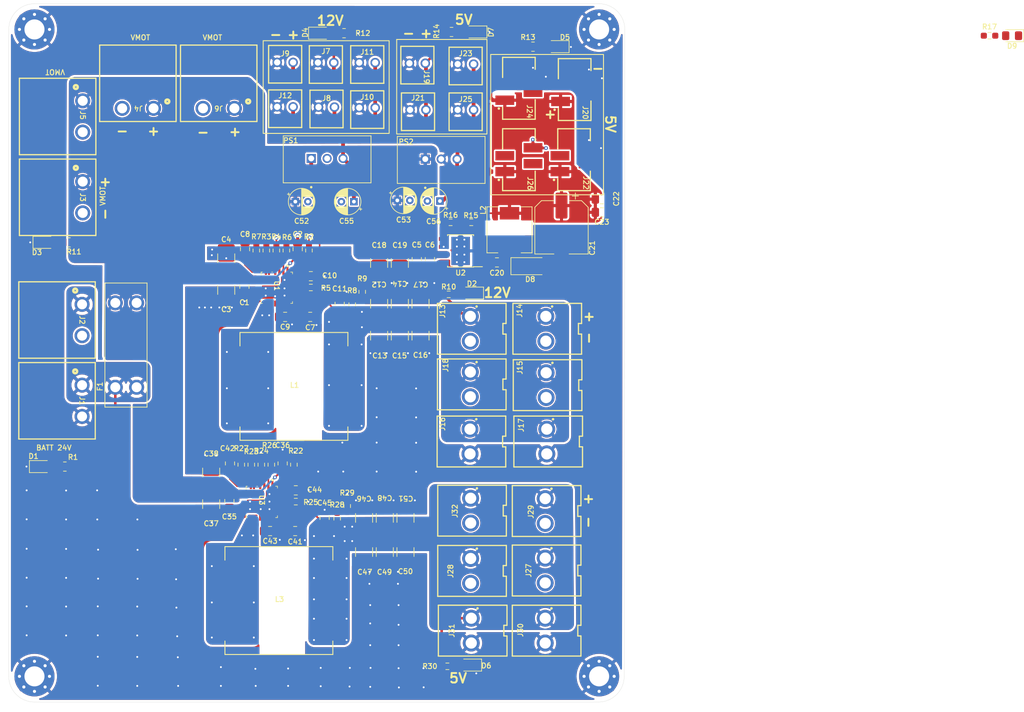
<source format=kicad_pcb>
(kicad_pcb (version 20211014) (generator pcbnew)
  (layers (0 "F.Cu" signal) (1 "In1.Cu" power) (2 "In2.Cu" power) (31 "B.Cu" signal) (34 "B.Paste" user) (35 "F.Paste" user) (36 "B.SilkS" user "B.Silkscreen") (37 "F.SilkS" user "F.Silkscreen") (38 "B.Mask" user) (39 "F.Mask" user) (44 "Edge.Cuts" user))
  (net 0 "")
  (net 1 "+24V")
  (net 2 "GND")
  (net 3 "Net-(C7-Pad1)")
  (net 4 "Net-(C8-Pad1)")
  (net 5 "Net-(C8-Pad2)")
  (net 6 "Net-(C9-Pad2)")
  (net 7 "/REGULO/VDD")
  (net 8 "+12P")
  (net 9 "Net-(C41-Pad1)")
  (net 10 "Net-(C42-Pad1)")
  (net 11 "Net-(C42-Pad2)")
  (net 12 "Net-(C43-Pad2)")
  (net 13 "/REGULO2/VDD")
  (net 14 "+5P")
  (net 15 "Net-(D1-Pad2)")
  (net 16 "Net-(D2-Pad2)")
  (net 17 "Net-(D3-Pad2)")
  (net 18 "Net-(D6-Pad2)")
  (net 19 "+BATT")
  (net 20 "+12C")
  (net 21 "+5C")
  (net 24 "+5V")
  (net 31 "Net-(L1-Pad1)")
  (net 32 "Net-(L3-Pad1)")
  (net 33 "Net-(R2-Pad1)")
  (net 34 "Net-(R3-Pad2)")
  (net 35 "Net-(R5-Pad1)")
  (net 36 "Net-(R6-Pad2)")
  (net 37 "Net-(R7-Pad1)")
  (net 38 "Net-(R8-Pad1)")
  (net 39 "Net-(R22-Pad1)")
  (net 40 "Net-(R23-Pad2)")
  (net 41 "Net-(R25-Pad1)")
  (net 42 "Net-(R26-Pad2)")
  (net 43 "Net-(R27-Pad1)")
  (net 44 "Net-(R28-Pad1)")
  (net 51 "Net-(D4-Pad2)")
  (net 52 "Net-(D5-Pad2)")
  (net 53 "Net-(D7-Pad2)")
  (net 54 "Net-(C20-Pad1)")
  (net 55 "Net-(C20-Pad2)")
  (net 56 "Net-(D9-Pad2)")
  (net 57 "/REGULO5v/VSENS")
  (footprint "AREA_lib_Connector:690367290476" (layer "F.Cu") (at 136.5 48.8 -90)
    (fp_text reference "J22")
    (fp_text value "5V_CAN")
  )
  (footprint "AREA_lib_Connector:Wuerth_3.96mm_2pin_645002114822" (layer "F.Cu") (at 120.5 104.84 90)
    (fp_text reference "J32")
    (fp_text value "5VP")
  )
  (footprint "AREA_lib_Connector:Wuerth_3.96mm_2pin_645002114822" (layer "F.Cu") (at 120.45 75.8 90)
    (fp_text reference "J13")
    (fp_text value "12VP")
  )
  (footprint "AREA_lib_Connector:Wuerth_batcon_691313710002" (layer "F.Cu") (at 58.1 41.9 -90)
    (fp_text reference "J5")
    (fp_text value "MOT_OUT")
  )
  (footprint "LED_SMD:LED_0805_2012Metric_Pad1.15x1.40mm_HandSolder" (layer "F.Cu") (at 133.85 30.75 180)
    (fp_text reference "D5")
    (fp_text value "LED")
  )
  (footprint "Capacitor_THT:CP_Radial_D4.0mm_P2.00mm" (layer "F.Cu") (at 108.3 55.3)
    (fp_text reference "C53")
    (fp_text value "10u")
  )
  (footprint "MountingHole:MountingHole_3.2mm_M3_Pad_Via" (layer "F.Cu") (at 50.4 28)
    (fp_text reference "H4" hide)
    (fp_text value "M3")
  )
  (footprint "Capacitor_SMD:C_0805_2012Metric_Pad1.18x1.45mm_HandSolder" (layer "F.Cu") (at 92 108.1)
    (fp_text reference "C41")
    (fp_text value "33n")
  )
  (footprint "Capacitor_SMD:C_1210_3225Metric_Pad1.33x2.70mm_HandSolder" (layer "F.Cu") (at 103 106 90)
    (fp_text reference "C46")
    (fp_text value "22u")
  )
  (footprint "AREA_lib_Connector:Wuerth_2.54mm_2pins_61900211121" (layer "F.Cu") (at 103.5 40.8)
    (fp_text reference "J10")
    (fp_text value "12VC")
  )
  (footprint "Resistor_SMD:R_0805_2012Metric_Pad1.20x1.40mm_HandSolder" (layer "F.Cu") (at 129.95 30.75)
    (fp_text reference "R13")
    (fp_text value "560")
  )
  (footprint "AREA_lib_Connector:Wuerth_2.54mm_2pins_61900211121" (layer "F.Cu") (at 97 40.7)
    (fp_text reference "J8")
    (fp_text value "12VC")
  )
  (footprint "AREA_lib_Connector:Wuerth_2.54mm_2pins_61900211121" (layer "F.Cu") (at 111.5 33.7)
    (fp_text reference "J19")
    (fp_text value "5VC")
  )
  (footprint "Capacitor_SMD:C_0805_2012Metric_Pad1.18x1.45mm_HandSolder" (layer "F.Cu") (at 84 63.1 -90)
    (fp_text reference "C8")
    (fp_text value "100n")
  )
  (footprint "AREA_lib_Connector:Wuerth_batcon_691313710002" (layer "F.Cu") (at 58 74.4 -90)
    (fp_text reference "J2")
    (fp_text value "BAT_IN")
  )
  (footprint "Capacitor_SMD:C_0805_2012Metric_Pad1.18x1.45mm_HandSolder" (layer "F.Cu") (at 111.4 64.6625 -90)
    (fp_text reference "C5")
    (fp_text value "100n")
  )
  (footprint "AREA_lib_Connector:Wuerth_3.96mm_2pin_645002114822" (layer "F.Cu") (at 132.4 124 90)
    (fp_text reference "J30")
    (fp_text value "5VP")
  )
  (footprint "Capacitor_THT:CP_Radial_D4.0mm_P2.00mm" (layer "F.Cu") (at 115.1 55.4 180)
    (fp_text reference "C56")
    (fp_text value "47u")
  )
  (footprint "AREA_lib_Connector:Wuerth_3.96mm_2pin_645002114822" (layer "F.Cu") (at 120.45 84.68 90)
    (fp_text reference "J18")
    (fp_text value "12VP")
  )
  (footprint "Resistor_SMD:R_0603_1608Metric_Pad0.98x0.95mm_HandSolder" (layer "F.Cu") (at 90.6 63.3 -90)
    (fp_text reference "R6")
    (fp_text value "100k")
  )
  (footprint "Capacitor_SMD:C_1210_3225Metric_Pad1.33x2.70mm_HandSolder" (layer "F.Cu") (at 109.6 106 90)
    (fp_text reference "C51")
    (fp_text value "22u")
  )
  (footprint "Capacitor_SMD:C_0805_2012Metric_Pad1.18x1.45mm_HandSolder" (layer "F.Cu") (at 124.2 65.2 180)
    (fp_text reference "C20")
    (fp_text value "10n")
  )
  (footprint "Capacitor_SMD:C_1210_3225Metric_Pad1.33x2.70mm_HandSolder" (layer "F.Cu") (at 105.4 65.3 -90)
    (fp_text reference "C18")
    (fp_text value "10u")
  )
  (footprint "Capacitor_SMD:C_1210_3225Metric_Pad1.33x2.70mm_HandSolder" (layer "F.Cu") (at 103 111.45 -90)
    (fp_text reference "C47")
    (fp_text value "22u")
  )
  (footprint "Capacitor_SMD:C_0805_2012Metric_Pad1.18x1.45mm_HandSolder" (layer "F.Cu") (at 92.4 63.1 90)
    (fp_text reference "C2")
    (fp_text value "100n")
  )
  (footprint "Capacitor_SMD:CP_Elec_8x11.9" (layer "F.Cu") (at 134.5 59.6 -90)
    (fp_text reference "C21")
    (fp_text value "330u")
  )
  (footprint "Package_SO:TI_SO-PowerPAD-8_ThermalVias" (layer "F.Cu") (at 118.4 63.3625 180)
    (fp_text reference "U2")
    (fp_text value "TPS5450ddar")
  )
  (footprint "Resistor_SMD:R_0805_2012Metric_Pad1.20x1.40mm_HandSolder" (layer "F.Cu") (at 116.95 28.4)
    (fp_text reference "R14")
    (fp_text value "560")
  )
  (footprint "Capacitor_SMD:C_0805_2012Metric_Pad1.18x1.45mm_HandSolder" (layer "F.Cu") (at 113.5 64.665 -90)
    (fp_text reference "C6")
    (fp_text value "100n")
  )
  (footprint "Resistor_SMD:R_0603_1608Metric_Pad0.98x0.95mm_HandSolder" (layer "F.Cu") (at 91.8 97.5 90)
    (fp_text reference "R22")
    (fp_text value "2k")
  )
  (footprint "Capacitor_SMD:C_1210_3225Metric_Pad1.33x2.70mm_HandSolder" (layer "F.Cu") (at 106.3 111.45 -90)
    (fp_text reference "C49")
    (fp_text value "22u")
  )
  (footprint "AREA_lib_Connector:Wuerth_2.54mm_2pins_61900211121" (layer "F.Cu") (at 90.4 40.66)
    (fp_text reference "J12")
    (fp_text value "12VC")
  )
  (footprint "LED_SMD:LED_0805_2012Metric_Pad1.15x1.40mm_HandSolder" (layer "F.Cu") (at 120.73 28.405 180)
    (fp_text reference "D7")
    (fp_text value "LED")
  )
  (footprint "LED_SMD:LED_0805_2012Metric_Pad1.15x1.40mm_HandSolder" (layer "F.Cu") (at 119.8875 129.5 180)
    (fp_text reference "D6")
    (fp_text value "LED")
  )
  (footprint "Capacitor_SMD:C_1210_3225Metric_Pad1.33x2.70mm_HandSolder" (layer "F.Cu") (at 112 71.8 90)
    (fp_text reference "C17")
    (fp_text value "22u")
  )
  (footprint "Capacitor_SMD:C_1210_3225Metric_Pad1.33x2.70mm_HandSolder" (layer "F.Cu") (at 81 69.6 -90)
    (fp_text reference "C3")
    (fp_text value "22u")
  )
  (footprint "Capacitor_SMD:C_0805_2012Metric_Pad1.18x1.45mm_HandSolder" (layer "F.Cu") (at 140.9375 55.1)
    (fp_text reference "C22")
    (fp_text value "100n")
  )
  (footprint "AREA_lib_Connector:Wuerth_3.96mm_2pin_645002114822" (layer "F.Cu") (at 132.55 84.8 90)
    (fp_text reference "J15")
    (fp_text value "12VP")
  )
  (footprint "AREA_lib_Connector:Wuerth_3.96mm_2pin_645002114822" (layer "F.Cu") (at 132.4 104.9 90)
    (fp_text reference "J29")
    (fp_text value "5VP")
  )
  (footprint "MountingHole:MountingHole_3.2mm_M3_Pad_Via" (layer "F.Cu") (at 140.5 28)
    (fp_text reference "H2" hide)
    (fp_text value "M3")
  )
  (footprint "AREA_lib_Connector:Wuerth_2.54mm_2pins_61900211121" (layer "F.Cu") (at 103.5 33.6)
    (fp_text reference "J11")
    (fp_text value "12VC")
  )
  (footprint "AREA_lib_Connector:Wuerth_3.96mm_2pin_645002114822" (layer "F.Cu") (at 120.4 93.8 90)
    (fp_text reference "J16")
    (fp_text value "12VP")
  )
  (footprint "Resistor_SMD:R_0603_1608Metric_Pad0.98x0.95mm_HandSolder" (layer "F.Cu") (at 202.8 29)
    (fp_text reference "R17")
    (fp_text value "10k")
  )
  (footprint "LED_SMD:LED_0805_2012Metric_Pad1.15x1.40mm_HandSolder" (layer "F.Cu") (at 96 28.6)
    (fp_text reference "D4")
    (fp_text value "LED")
  )
  (footprint "Capacitor_SMD:C_0805_2012Metric_Pad1.18x1.45mm_HandSolder" (layer "F.Cu") (at 99.1 71.8 90)
    (fp_text reference "C11")
    (fp_text value "100n")
  )
  (footprint "AREA_lib_Connector:690367290476" (layer "F.Cu") (at 127.7 37.4 -90)
    (fp_text reference "J24")
    (fp_text value "5V_CAN")
  )
  (footprint "Capacitor_SMD:C_0805_2012Metric_Pad1.18x1.45mm_HandSolder" (layer "F.Cu") (at 92.1 101.6 180)
    (fp_text reference "C44")
    (fp_text value "1u")
  )
  (footprint "AREA_lib_Connector:Wuerth_2.54mm_2pins_61900211121" (layer "F.Cu") (at 119.2 33.84)
    (fp_text reference "J23")
    (fp_text value "5VC")
  )
  (footprint "MountingHole:MountingHole_3.2mm_M3_Pad_Via" (layer "F.Cu") (at 50.4 131.3)
    (fp_text reference "H3" hide)
    (fp_text value "M3")
  )
  (footprint "Resistor_SMD:R_0603_1608Metric_Pad0.98x0.95mm_HandSolder" (layer "F.Cu") (at 102.7 69.9 -90)
    (fp_text reference "R9")
    (fp_text value "10k")
  )
  (footprint "Capacitor_SMD:C_1210_3225Metric_Pad1.33x2.70mm_HandSolder" (layer "F.Cu") (at 78.6 103.8 -90)
    (fp_text reference "C37")
    (fp_text value "22u")
  )
  (footprint "AREA_lib_Connector:Wuerth_3.96mm_2pin_645002114822" (layer "F.Cu") (at 132.4 114.4 90)
    (fp_text reference "J27")
    (fp_text value "5VP")
  )
  (footprint "Capacitor_SMD:C_1210_3225Metric_Pad1.33x2.70mm_HandSolder" (layer "F.Cu") (at 105.4 76.9 -90)
    (fp_text reference "C13")
    (fp_text value "22u")
  )
  (footprint "Inductor_SMD:L_Wuerth_HCM-7050" (layer "F.Cu") (at 126.2 60 90)
    (fp_text reference "L2")
    (fp_text value "10uH")
  )
  (footprint "MountingHole:MountingHole_3.2mm_M3_Pad_Via" (layer "F.Cu") (at 140.5 131.3)
    (fp_text reference "H1" hide)
    (fp_text value "M3")
  )
  (footprint "Capacitor_SMD:C_1210_3225Metric_Pad1.33x2.70mm_HandSolder" (layer "F.Cu") (at 109.6 111.45 -90)
    (fp_text reference "C50")
    (fp_text value "22u")
  )
  (footprint "Capacitor_SMD:C_1210_3225Metric_Pad1.33x2.70mm_HandSolder" (layer "F.Cu") (at 112 76.9 -90)
    (fp_text reference "C16")
    (fp_text value "22u")
  )
  (footprint "Resistor_SMD:R_0603_1608Metric_Pad0.98x0.95mm_HandSolder" (layer "F.Cu") (at 87.4 63.3 -90)
    (fp_text reference "R3")
    (fp_text value "562k")
  )
  (footprint "AREA_lib_Connector:Wuerth_2.54mm_2pins_61900211121" (layer "F.Cu") (at 119.2 41.14)
    (fp_text reference "J25")
    (fp_text value "5VC")
  )
  (footprint "AREA_lib_Connector:Wuerth_3.96mm_2pin_645002114822" (layer "F.Cu") (at 132.5 75.8 90)
    (fp_text reference "J14")
    (fp_text value "12VP")
  )
  (footprint "AREA_lib_composant:SIC463EDT1GE3" (layer "F.Cu") (at 89.075 69.245 -90)
    (fp_text reference "U1")
    (fp_text value "SIC466ED-T1-GE3" hide)
  )
  (footprint "Resistor_SMD:R_0603_1608Metric_Pad0.98x0.95mm_HandSolder" (layer "F.Cu") (at 116.5 70.3)
    (fp_text reference "R10")
    (fp_text value "10k")
  )
  (footprint "Resistor_SMD:R_0603_1608Metric_Pad0.98x0.95mm_HandSolder" (layer "F.Cu") (at 88.2 97.5 -90)
    (fp_text reference "R26")
    (fp_text value "100k")
  )
  (footprint "Resistor_SMD:R_0805_2012Metric_Pad1.20x1.40mm_HandSolder" (layer "F.Cu") (at 55.25 97.8 180)
    (fp_text reference "R1")
    (fp_text value "10K")
  )
  (footprint "Capacitor_SMD:C_0805_2012Metric_Pad1.18x1.45mm_HandSolder" (layer "F.Cu") (at 81.6 97.3 -90)
    (fp_text reference "C42")
    (fp_text value "100n")
  )
  (footprint "Capacitor_SMD:C_0805_2012Metric_Pad1.18x1.45mm_HandSolder" (layer "F.Cu") (at 88 108.1 180)
    (fp_text reference "C43")
    (fp_text value "1u")
  )
  (footprint "Capacitor_SMD:C_1210_3225Metric_Pad1.33x2.70mm_HandSolder" (layer "F.Cu") (at 81 64.5375 90)
    (fp_text reference "C4")
    (fp_text value "22u")
  )
  (footprint "Resistor_SMD:R_0603_1608Metric_Pad0.98x0.95mm_HandSolder" (layer "F.Cu") (at 92.1 103.4)
    (fp_text reference "R25")
    (fp_text value "88.7k")
  )
  (footprint "AREA_lib_Connector:690367290476" (layer "F.Cu") (at 127.7 48.8 -90)
    (fp_text reference "J26")
    (fp_text value "5V_CAN")
  )
  (footprint "Resistor_SMD:R_0603_1608Metric_Pad0.98x0.95mm_HandSolder" (layer "F.Cu") (at 94.5 69.2)
    (fp_text reference "R5")
    (fp_text value "88.7k")
  )
  (footprint "Resistor_SMD:R_0805_2012Metric_Pad1.20x1.40mm_HandSolder" (layer "F.Cu") (at 99.8 28.6 180)
    (fp_text reference "R12")
    (fp_text value "5.1K")
  )
  (footprint "AREA_lib_composant:CONV_TSR_2-2450" (layer "F.Cu") (at 115.3 48.84)
    (fp_text reference "PS2")
    (fp_text value "TSR_2-2450")
  )
  (footprint "Capacitor_SMD:C_0805_2012Metric_Pad1.18x1.45mm_HandSolder" (layer "F.Cu") (at 140.9375 57.2)
    (fp_text reference "C23")
    (fp_text value "10n")
  )
  (footprint "Capacitor_SMD:C_1210_3225Metric_Pad1.33x2.70mm_HandSolder" (layer "F.Cu") (at 108.7 65.3 -90)
    (fp_text reference "C19")
    (fp_text value "10u")
  )
  (footprint "Capacitor_SMD:C_0805_2012Metric_Pad1.18x1.45mm_HandSolder" (layer "F.Cu") (at 94.5 67.4 180)
    (fp_text reference "C10")
    (fp_text value "1u")
  )
  (footprint "Resistor_SMD:R_0603_1608Metric_Pad0.98x0.95mm_HandSolder" (layer "F.Cu") (at 85.8 63.3 90)
    (fp_text reference "R7")
    (fp_text value "3.3")
  )
  (footprint "AREA_lib_Connector:Wuerth_3.96mm_2pin_645002114822" (layer "F.Cu") (at 132.65 93.8 90)
    (fp_text reference "J17")
    (fp_text value "12VP")
  )
  (footprint "Resistor_SMD:R_0603_1608Metric_Pad0.98x0.95mm_HandSolder" (layer "F.Cu") (at 100.3 104.1 -90)
    (fp_text reference "R29")
    (fp_text value "10k")
  )
  (footprint "AREA_lib_Connector:Wuerth_batcon_691313710002" (layer "F.Cu") (at 58.1 54.8 -90)
    (fp_text reference "J3")
    (fp_text value "MOT_OUT")
  )
  (footprint "LED_SMD:LED_0805_2012Metric_Pad1.15x1.40mm_HandSolder" (layer "F.Cu") (at 52.025 62)
    (fp_text reference "D3")
    (fp_text value "LED")
  )
  (footprint "Capacitor_SMD:C_0805_2012Metric_Pad1.18x1.45mm_HandSolder" (layer "F.Cu") (at 94.4 73.9)
    (fp_text reference "C7")
    (fp_text value "33n")
  )
  (footprint "LED_SMD:LED_0805_2012Metric_Pad1.15x1.40mm_HandSolder" (layer "F.Cu") (at 51.45 97.8)
    (fp_text reference "D1")
    (fp_text value "LED")
  )
  (footprint "Resistor_SMD:R_0603_1608Metric_Pad0.98x0.95mm_HandSolder" (layer "F.Cu") (at 120.1 58.8 180)
    (fp_text reference "R15")
    (fp_text value "10k")
  )
  (footprint "AREA_lib_Connector:Wuerth_batcon_691313710002" (layer "F.Cu") (at 58 87.3 -90)
    (fp_text reference "J1")
    (fp_text value "BAT_IN")
  )
  (footprint "Capacitor_SMD:C_0805_2012Metric_Pad1.18x1.45mm_HandSolder" (layer "F.Cu") (at 90 97.3 90)
    (fp_text reference "C36")
    (fp_text value "100n")
  )
  (footprint "Capacitor_SMD:C_0805_2012Metric_Pad1.18x1.45mm_HandSolder" (layer "F.Cu") (at 90.4 73.9 180)
    (fp_text reference "C9")
    (fp_text value "1u")
  )
  (footprint "Resistor_SMD:R_0805_2012Metric_Pad1.20x1.40mm_HandSolder" (layer "F.Cu") (at 55.9 62 180)
    (fp_text reference "R11")
    (fp_text value "10K")
  )
  (footprint "Diode_SMD:D_SOD-128" (layer "F.Cu") (at 129.5 65.8)
    (fp_text reference "D8")
    (fp_text value "SSC54-E3/9AT")
  )
  (footprint "AREA_lib_Connector:Wuerth_2.54mm_2pins_61900211121" (layer "F.Cu") (at 90.4 33.56)
    (fp_text reference "J9")
    (fp_text value "12VC")
  )
  (footprint "Resistor_SMD:R_0603_1608Metric_Pad0.98x0.95mm_HandSolder" (layer "F.Cu") (at 85 97.5 -90)
    (fp_text reference "R23")
    (fp_text value "562k")
  )
  (footprint "Capacitor_SMD:C_0805_2012Metric_Pad1.18x1.45mm_HandSolder" (layer "F.Cu") (at 96.7 106 90)
    (fp_text reference "C45")
    (fp_text value "100n")
  )
  (footprint "AREA_lib_Connector:Wuerth_2.54mm_2pins_61900211121" (layer "F.Cu") (at 111.6 41.14)
    (fp_text reference "J21")
    (fp_text value "5VC")
  )
  (footprint "AREA_lib_composant:CONV_TSR_2-2450" (layer "F.Cu") (at 97.1 48.74)
    (fp_text reference "PS1")
    (fp_text value "TSR_2-2450")
  )
  (footprint "Capacitor_SMD:C_0805_2012Metric_Pad1.18x1.45mm_HandSolder" (layer "F.Cu") (at 83.9 69.1 -90)
    (fp_text reference "C1")
    (fp_text value "100n")
  )
  (footprint "Capacitor_SMD:C_0805_2012Metric_Pad1.18x1.45mm_HandSolder" (layer "F.Cu") (at 81.5 103.3 -90)
    (fp_text reference "C35")
    (fp_text value "100n")
  )
  (footprint "Capacitor_SMD:C_1210_3225Metric_Pad1.33x2.70mm_HandSolder" (layer "F.Cu") (at 105.4 71.8 90)
    (fp_text reference "C12")
    (fp_text value "22u")
  )
  (footprint "Resistor_SMD:R_0603_1608Metric_Pad0.98x0.95mm_HandSolder" (layer "F.Cu") (at 98.7 106.1 -90)
    (fp_text reference "R28")
    (fp_text value "52.3k")
  )
  (footprint "Resistor_SMD:R_0603_1608Metric_Pad0.98x0.95mm_HandSolder" (layer "F.Cu") (at 83.4 97.5 90)
    (fp_text reference "R27")
    (fp_text value "3.3")
  )
  (footprint "AREA_lib_Connector:Wuerth_3.96mm_2pin_645002114822" (layer "F.Cu") (at 120.5 114.46 90)
    (fp_text reference "J28")
    (fp_text value "5VP")
  )
  (footprint "Resistor_SMD:R_0603_1608Metric_Pad0.98x0.95mm_HandSolder" (layer "F.Cu") (at 94.2 63.3 90)
    (fp_text reference "R2")
    (fp_text value "2k")
  )
  (footprint "Capacitor_SMD:C_1210_3225Metric_Pad1.33x2.70mm_HandSolder" (layer "F.Cu") (at 108.7 71.8 90)
    (fp_text reference "C14")
    (fp_text value "22u")
  )
  (footprint "Capacitor_SMD:C_1210_3225Metric_Pad1.33x2.70mm_HandSolder" (layer "F.Cu") (at 108.7 76.9 -90)
    (fp_text reference "C15")
    (fp_text value "22u")
  )
  (footprint "Capacitor_THT:CP_Radial_D4.0mm_P2.00mm" (layer "F.Cu") (at 101.3726 55.5 180)
    (fp_text reference "C55")
    (fp_text value "47u")
  )
  (footprint "Capacitor_SMD:C_1210_3225Metric_Pad1.33x2.70mm_HandSolder" (layer "F.Cu") (at 106.3 106 90)
    (fp_text reference "C48")
    (fp_text value "22u")
  )
  (footprint "AREA_lib_Connector:690367290476" (layer "F.Cu") (at 136.6 37.6 -90)
    (fp_text reference "J20")
    (fp_text value "5V_CAN")
  )
  (footprint "Resistor_SMD:R_0603_1608Metric_Pad0.98x0.95mm_HandSolder" (layer "F.Cu") (at 116.2875 129.7)
    (fp_text reference "R30")
    (fp_text value "10k")
  )
  (footprint "Capacitor_THT:CP_Radial_D4.0mm_P2.00mm" (layer "F.Cu") (at 92.027401 55.5)
    (fp_text reference "C52")
    (fp_text value "10u")
  )
  (footprint "Capacitor_SMD:C_1210_3225Metric_Pad1.33x2.70mm_HandSolder" (layer "F.Cu") (at 78.6 98.75 90)
    (fp_text reference "C38")
    (fp_text value "22u")
  )
  (footprint "LED_SMD:LED_0805_2012Metric_Pad1.15x1.40mm_HandSolder" (layer "F.Cu") (at 120.2 70.1 180)
    (fp_text reference "D2")
    (fp_text value "LED")
  )
  (footprint "AREA_lib_composant:SIC463EDT1GE3" (layer "F.Cu") (at 86.675 103.445 -90)
    (fp_text reference "U3")
    (fp_text value "SIC466ED-T1-GE3" hide)
  )
  (footprint "AREA_lib_Connector:Wuerth_3.96mm_2pin_645002114822" (layer "F.Cu") (at 120.6 124 90)
    (fp_text reference "J31")
    (fp_text value "5VP")
  )
  (footprint "AREA_lib_Connector:Wuerth_batcon_691313710002" (layer "F.Cu") (at 79.8 40.6 180)
    (fp_text reference "J6")
    (fp_text value "MOT_OUT")
  )
  (footprint "AREA_lib_Connector:Wuerth_batcon_691313710002" (layer "F.Cu") (at 66.9 40.6 180)
    (fp_text reference "J4")
    (fp_text value "MOT_OUT")
  )
  (footprint "AREA_lib_composant:FUSE_3557-2" (layer "F.Cu") (at 65 78.4 90)
    (fp_text reference "F1")
    (fp_text value "3557-2")
  )
  (footprint "Resistor_SMD:R_0603_1608Metric_Pad0.98x0.95mm_HandSolder" (layer "F.Cu") (at 116.8 58.8 180)
    (fp_text reference "R16")
    (fp_text value "3k16")
  )
  (footprint "Resistor_SMD:R_0603_1608Metric_Pad0.98x0.95mm_HandSolder" (layer "F.Cu") (at 101.1 71.9 -90)
    (fp_text reference "R8")
    (fp_text value "52.3k")
  )
  (footprint "Resistor_SMD:R_0603_1608Metric_Pad0.98x0.95mm_HandSolder" (layer "F.Cu") (at 89 63.3 90)
    (fp_text reference "R4")
    (fp_text value "226k")
  )
  (footprint "AREA_lib_Connector:Wuerth_2.54mm_2pins_61900211121" (layer "F.Cu") (at 96.9 33.6)
    (fp_text reference "J7")
    (fp_text value "12VC")
  )
  (footprint "LED_SMD:LED_0805_2012Metric_Pad1.15x1.40mm_HandSolder" (layer "F.Cu") (at 206.4 29 180)
    (fp_text reference "D9")
    (fp_text value "LED")
  )
  (footprint "Inductor_SMD:L_Vishay_IHLP-6767" (layer "F.Cu") (at 91.8 85)
    (fp_text reference "L1")
    (fp_text value "4.7uH")
  )
  (footprint "Resistor_SMD:R_0603_1608Metric_Pad0.98x0.95mm_HandSolder" (layer "F.Cu") (at 86.6 97.5 90)
    (fp_text reference "R24")
    (fp_text value "226k")
  )
  (footprint "Inductor_SMD:L_Vishay_IHLP-6767" (layer "F.Cu") (at 89.4 119.2)
    (fp_text reference "L3")
    (fp_text value "4.7uH")
  )
  (gr_rect (start 86.9 29.8) (end 107 44.6) (layer "F.SilkS") (width 0.1524) (fill none))
  (gr_rect (start 123.2 32) (end 141.2 54.4) (layer "F.SilkS") (width 0.1524) (fill none))
  (gr_rect (start 108.2 29.6) (end 122.6 44.7) (layer "F.SilkS") (width 0.1524) (fill none))
  (gr_arc (start 140.5 23.9) (mid 143.399926 25.100431) (end 144.601219 28) (layer "Edge.Cuts") (width 0.0381))
  (gr_arc (start 46.3 28) (mid 47.500431 25.100074) (end 50.4 23.898781) (layer "Edge.Cuts") (width 0.0381))
  (gr_arc (start 50.401219 135.399999) (mid 47.501293 134.199568) (end 46.3 131.299999) (layer "Edge.Cuts") (width 0.0381))
  (gr_arc (start 144.499999 131.298781) (mid 143.299568 134.198707) (end 140.399999 135.4) (layer "Edge.Cuts") (width 0.0381))
  (gr_line (start 46.3 28) (end 46.3 131.299999) (layer "Edge.Cuts") (width 0.0381))
  (gr_line (start 50.401219 135.399999) (end 140.399999 135.4) (layer "Edge.Cuts") (width 0.0381))
  (gr_line (start 140.5 23.9) (end 50.4 23.898781) (layer "Edge.Cuts") (width 0.0381))
  (gr_line (start 144.499999 131.298781) (end 144.601219 28) (layer "Edge.Cuts") (width 0.0381))
  (gr_text "5V" (at 142.3 43.1 270) (layer "F.SilkS") (effects (font (size 1.524 1.524) (thickness 0.3048))))
  (gr_text "5V" (at 118 131.6) (layer "F.SilkS") (effects (font (size 1.524 1.524) (thickness 0.3048))))
  (gr_text "+" (at 69.4 44.2) (layer "F.SilkS") (effects (font (size 1.5 1.5) (thickness 0.3))))
  (gr_text "+" (at 61.7 52.3) (layer "F.SilkS") (effects (font (size 1.5 1.5) (thickness 0.3))))
  (gr_text "-" (at 88.9 29 180) (layer "F.SilkS") (effects (font (size 1.5 1.5) (thickness 0.3))))
  (gr_text "12V\n" (at 124.25 70.05) (layer "F.SilkS") (effects (font (size 1.524 1.524) (thickness 0.3048))))
  (gr_text "+" (at 138.7 103 90) (layer "F.SilkS") (effects (font (size 1.5 1.5) (thickness 0.3))))
  (gr_text "-" (at 138.9 106.7 270) (layer "F.SilkS") (effects (font (size 1.5 1.5) (thickness 0.3))))
  (gr_text "-" (at 77.3 44.6 180) (layer "F.SilkS") (effects (font (size 1.5 1.5) (thickness 0.3))))
  (gr_text "-" (at 61.6 57.5 90) (layer "F.SilkS") (effects (font (size 1.5 1.5) (thickness 0.3))))
  (gr_text "5V" (at 118.9 26.45) (layer "F.SilkS") (effects (font (size 1.524 1.524) (thickness 0.3048))))
  (gr_text "-" (at 110.1 28.8 180) (layer "F.SilkS") (effects (font (size 1.5 1.5) (thickness 0.3))))
  (gr_text "VMOT" (at 53.7 34.8 180) (layer "F.SilkS") (effects (font (size 0.8128 0.8128) (thickness 0.1524))))
  (gr_text "+" (at 82.4 44.3) (layer "F.SilkS") (effects (font (size 1.5 1.5) (thickness 0.3))))
  (gr_text "+" (at 138.8 73.9 90) (layer "F.SilkS") (effects (font (size 1.5 1.5) (thickness 0.3))))
  (gr_text "-" (at 139 77.3 270) (layer "F.SilkS") (effects (font (size 1.5 1.5) (thickness 0.3))))
  (gr_text "12V\n" (at 97.6 26.6) (layer "F.SilkS") (effects (font (size 1.524 1.524) (thickness 0.3048))))
  (gr_text "-" (at 140.3 34.4 180) (layer "F.SilkS") (effects (font (size 1.5 1.5) (thickness 0.3))))
  (gr_text "BATT 24V" (at 53.5 94.8) (layer "F.SilkS") (effects (font (size 0.8128 0.8128) (thickness 0.1524))))
  (gr_text "VMOT" (at 67.3 29.3) (layer "F.SilkS") (effects (font (size 0.8128 0.8128) (thickness 0.1524))))
  (gr_text "VMOT" (at 61.3 54.6 90) (layer "F.SilkS") (effects (font (size 0.8128 0.8128) (thickness 0.1524))))
  (gr_text "+" (at 132.7 41.5) (layer "F.SilkS") (effects (font (size 1.5 1.5) (thickness 0.3))))
  (gr_text "+" (at 91.7 28.8) (layer "F.SilkS") (effects (font (size 1.5 1.5) (thickness 0.3))))
  (gr_text "-" (at 64.4 44.4 180) (layer "F.SilkS") (effects (font (size 1.5 1.5) (thickness 0.3))))
  (gr_text "VMOT" (at 78.8 29.3) (layer "F.SilkS") (effects (font (size 0.8128 0.8128) (thickness 0.1524))))
  (gr_text "+" (at 112.9 28.6) (layer "F.SilkS") (effects (font (size 1.5 1.5) (thickness 0.3))))
  (segment (start 85 96.5875) (end 85.9125 97.5) (width 0.3) (layer "F.Cu") (net 1))
  (segment (start 88.375 100.92) (end 88.375 99.925) (width 0.3) (layer "F.Cu") (net 1))
  (segment (start 91.21875 65.31875) (end 90.775 65.7625) (width 0.3) (layer "F.Cu") (net 1))
  (segment (start 89.9625 98.3375) (end 90 98.3375) (width 0.3) (layer "F.Cu") (net 1))
  (segment (start 87.55 63.25) (end 92.25 63.25) (width 0.25) (layer "F.Cu") (net 1))
  (segment (start 88.375 99.925) (end 89.9625 98.3375) (width 0.3) (layer "F.Cu") (net 1))
  (segment (start 87.4 62.3875) (end 87.4 63.1) (width 0.25) (layer "F.Cu") (net 1))
  (segment (start 94.56 48.6) (end 94.56 50.89) (width 0.6) (layer "F.Cu") (net 1))
  (segment (start 92.25 63.25) (end 92.4 63.4) (width 0.25) (layer "F.Cu") (net 1))
  (segment (start 90.775 65.7625) (end 90.775 66.72) (width 0.3) (layer "F.Cu") (net 1))
  (segment (start 92.4 63.4) (end 92.4 64.1375) (width 0.25) (layer "F.Cu") (net 1))
  (segment (start 85.9125 97.5) (end 89.1625 97.5) (width 0.3) (layer "F.Cu") (net 1))
  (segment (start 87.4 63.1) (end 87.55 63.25) (width 0.25) (layer "F.Cu") (net 1))
  (segment (start 94.56 50.89) (end 92.027401 53.422599) (width 0.6) (layer "F.Cu") (net 1))
  (segment (start 92.027401 53.422599) (end 92.027401 55.5) (width 0.6) (layer "F.Cu") (net 1))
  (segment (start 92.4 64.1375) (end 91.21875 65.31875) (width 0.3) (layer "F.Cu") (net 1))
  (segment (start 89.1625 97.5) (end 90 98.3375) (width 0.3) (layer "F.Cu") (net 1))
  (via (at 91.21875 65.31875) (size 0.6) (drill 0.3) (layers "F.Cu" "B.Cu") (net 1))
  (via (at 88.775 99.525) (size 0.6) (drill 0.3) (layers "F.Cu" "B.Cu") (net 1))
  (segment (start 91.21875 65.31875) (end 88.9375 67.6) (width 0.3) (layer "B.Cu") (net 1))
  (segment (start 88.775 99.525) (end 86.5 101.8) (width 0.3) (layer "B.Cu") (net 1))
  (segment (start 88.9375 67.6) (end 85.7 67.6) (width 0.3) (layer "B.Cu") (net 1))
  (segment (start 86.5 101.8) (end 83.3 101.8) (width 0.3) (layer "B.Cu") (net 1))
  (segment (start 89.825 71.77) (end 89.825 72.495) (width 0.25) (layer "F.Cu") (net 2))
  (segment (start 87.425 105.075) (end 87.9 104.6) (width 0.25) (layer "F.Cu") (net 2))
  (segment (start 90.525 69.495) (end 91.6 69.495) (width 0.3) (layer "F.Cu") (net 2))
  (segment (start 89.825 70.975) (end 90.3 70.5) (width 0.25) (layer "F.Cu") (net 2))
  (segment (start 87.425 106.525) (end 89 108.1) (width 0.25) (layer "F.Cu") (net 2))
  (segment (start 89 108.1) (end 89.0375 108.1) (width 0.25) (layer "F.Cu") (net 2))
  (segment (start 89.825 72.495) (end 91.23 73.9) (width 0.25) (layer "F.Cu") (net 2))
  (segment (start 89.825 71.77) (end 89.825 70.975) (width 0.25) (layer "F.Cu") (net 2))
  (segment (start 87.425 105.97) (end 87.425 106.525) (width 0.25) (layer "F.Cu") (net 2))
  (segment (start 99.9625 69.9) (end 99.1 70.7625) (width 0.25) (layer "F.Cu") (net 2))
  (segment (start 88.125 103.695) (end 87.875 103.445) (width 0.3) (layer "F.Cu") (net 2))
  (segment (start 90.275 69.245) (end 90.525 69.495) (width 0.3) (layer "F.Cu") (net 2))
  (segment (start 89.2 103.695) (end 88.125 103.695) (width 0.3) (layer "F.Cu") (net 2))
  (segment (start 94.2 61.3) (end 94.3 61.2) (width 0.25) (layer "F.Cu") (net 2))
  (segment (start 94.2 62.3875) (end 94.2 61.3) (width 0.25) (layer "F.Cu") (net 2))
  (segment (start 100.2 69.9) (end 99.9625 69.9) (width 0.25) (layer "F.Cu") (net 2))
  (segment (start 92.4 62.0625) (end 92.4 61) (width 0.25) (layer "F.Cu") (net 2))
  (segment (start 91.23 73.9) (end 91.4375 73.9) (width 0.25) (layer "F.Cu") (net 2))
  (segment (start 87.425 105.97) (end 87.425 105.075) (width 0.25) (layer "F.Cu") (net 2))
  (segment (start 89 62.3875) (end 89 61.3) (width 0.25) (layer "F.Cu") (net 2))
  (via (at 78.75 63.15) (size 0.6) (drill 0.3) (layers "F.Cu" "B.Cu") (net 2))
  (via (at 87.3 70.5) (size 0.6) (drill 0.3) (layers "F.Cu" "B.Cu") (net 2))
  (via (at 92.4 61) (size 0.6) (drill 0.3) (layers "F.Cu" "B.Cu") (net 2))
  (via (at 138.875 34.4) (size 0.6) (drill 0.3) (layers "F.Cu" "B.Cu") (net 2))
  (via (at 104.025 129.95) (size 0.6) (drill 0.3) (layers "F.Cu" "B.Cu") (net 2))
  (via (at 103.85 116.525) (size 0.6) (drill 0.3) (layers "F.Cu" "B.Cu") (net 2))
  (via (at 132 35.55) (size 0.6) (drill 0.3) (layers "F.Cu" "B.Cu") (net 2))
  (via (at 100.325 102.15) (size 0.6) (drill 0.3) (layers "F.Cu" "B.Cu") (net 2))
  (via (at 81.45 105.65) (size 0.6) (drill 0.3) (layers "F.Cu" "B.Cu") (net 2))
  (via (at 60.55 115.7) (size 0.6) (drill 0.3) (layers "F.Cu" "B.Cu") (net 2))
  (via (at 108.4 114.6) (size 0.6) (drill 0.3) (layers "F.Cu" "B.Cu") (net 2))
  (via (at 79.425 95.975) (size 0.6) (drill 0.3) (layers "F.Cu" "B.Cu") (net 2))
  (via (at 66.85 115.725) (size 0.6) (drill 0.3) (layers "F.Cu" "B.Cu") (net 2))
  (via (at 66.8 120.15) (size 0.6) (drill 0.3) (layers "F.Cu" "B.Cu") (net 2))
  (via (at 105 85.3) (size 0.6) (drill 0.3) (layers "F.Cu" "B.Cu") (net 2))
  (via (at 76.7 72.4) (size 0.6) (drill 0.3) (layers "F.Cu" "B.Cu") (net 2))
  (via (at 49.15 115.55) (size 0.6) (drill 0.3) (layers "F.Cu" "B.Cu") (net 2))
  (via (at 95.675 98.6) (size 0.6) (drill 0.3) (layers "F.Cu" "B.Cu") (net 2))
  (via (at 49.15 101.6) (size 0.6) (drill 0.3) (layers "F.Cu" "B.Cu") (net 2))
  (via (at 101.7 103.2) (size 0.6) (drill 0.3) (layers "F.Cu" "B.Cu") (net 2))
  (via (at 60.55 111.075) (size 0.6) (drill 0.3) (layers "F.Cu" "B.Cu") (net 2))
  (via (at 104.3 103.2) (size 0.6) (drill 0.3) (layers "F.Cu" "B.Cu") (net 2))
  (via (at 105 89.925) (size 0.6) (drill 0.3) (layers "F.Cu" "B.Cu") (net 2))
  (via (at 96.075 132.875) (size 0.6) (drill 0.3) (layers "F.Cu" "B.Cu") (net 2))
  (via (at 78.7 106.725) (size 0.6) (drill 0.3) (layers "F.Cu" "B.Cu") (net 2))
  (via (at 111.3 98.625) (size 0.6) (drill 0.3) (layers "F.Cu" "B.Cu") (net 2))
  (via (at 107.7 103.2) (size 0.6) (drill 0.3) (layers "F.Cu" "B.Cu") (net 2))
  (via (at 73.325 132.825) (size 0.6) (drill 0.3) (layers "F.Cu" "B.Cu") (net 2))
  (via (at 49.15 124.75) (size 0.6) (drill 0.3) (layers "F.Cu" "B.Cu") (net 2))
  (via (at 73.175 124.9) (size 0.6) (drill 0.3) (layers "F.Cu" "B.Cu") (net 2))
  (via (at 104.8 68.5) (size 0.6) (drill 0.3) (layers "F.Cu" "B.Cu") (net 2))
  (via (at 80.15 129.825) (size 0.6) (drill 0.3) (layers "F.Cu" "B.Cu") (net 2))
  (via (at 60.4 101.6) (size 0.6) (drill 0.3) (layers "F.Cu" "B.Cu") (net 2))
  (via (at 87.9 102.2) (size 0.6) (drill 0.3) (layers "F.Cu" "B.Cu") (net 2))
  (via (at 108.5 130) (size 0.6) (drill 0.3) (layers "F.Cu" "B.Cu") (net 2))
  (via (at 114.2 68.5) (size 0.6) (drill 0.3) (layers "F.Cu" "B.Cu") (net 2))
  (via (at 88.8 70.6) (size 0.6) (drill 0.3) (layers "F.Cu" "B.Cu") (net 2))
  (via (at 87.9 103.4) (size 0.6) (drill 0.3) (layers "F.Cu" "B.Cu") (net 2))
  (via (at 112.5 133.05) (size 0.6) (drill 0.3) (layers "F.Cu" "B.Cu") (net 2))
  (via (at 73.05 120.325) (size 0.6) (drill 0.3) (layers "F.Cu" "B.Cu") (net 2))
  (via (at 60.5 124.75) (size 0.6) (drill 0.3) (layers "F.Cu" "B.Cu") (net 2))
  (via (at 108.5 119.925) (size 0.6) (drill 0.3) (layers "F.Cu" "B.Cu") (net 2))
  (via (at 96.7 104.7) (size 0.6) (drill 0.3) (layers "F.Cu" "B.Cu") (net 2))
  (via (at 107.4 68.5) (size 0.6) (drill 0.3) (layers "F.Cu" "B.Cu") (net 2))
  (via (at 55.45 106.25) (size 0.6) (drill 0.3) (layers "F.Cu" "B.Cu") (net 2))
  (via (at 60.5 120.125) (size 0.6) (drill 0.3) (layers "F.Cu" "B.Cu") (net 2))
  (via (at 85.7 132.825) (size 0.6) (drill 0.3) (layers "F.Cu" "B.Cu") (net 2))
  (via (at 55.45 101.625) (size 0.6) (drill 0.3) (layers "F.Cu" "B.Cu") (net 2))
  (via (at 108.5 123.075) (size 0.6) (drill 0.3) (layers "F.Cu" "B.Cu") (net 2))
  (via (at 80.9 72.4) (size 0.6) (drill 0.3) (layers "F.Cu" "B.Cu") (net 2))
  (via (at 72.95 111) (size 0.6) (drill 0.3) (layers "F.Cu" "B.Cu") (net 2))
  (via (at 99.525 93.975) (size 0.6) (drill 0.3) (layers "F.Cu" "B.Cu") (net 2))
  (via (at 100.2 69.9) (size 0.6) (drill 0.3) (layers "F.Cu" "B.Cu") (net 2))
  (via (at 138.875 45.675) (size 0.6) (drill 0.3) (layers "F.Cu" "B.Cu") (net 2))
  (via (at 115.7 62.7) (size 0.6) (drill 0.3) (layers "F.Cu" "B.Cu") (net 2))
  (via (at 108.5 126.325) (size 0.6) (drill 0.3) (layers "F.Cu" "B.Cu") (net 2))
  (via (at 106.6 79.7) (size 0.6) (drill 0.3) (layers "F.Cu" "B.Cu") (net 2))
  (via (at 113.4 79.7) (size 0.6) (drill 0.3) (layers "F.Cu" "B.Cu") (net 2))
  (via (at 83.9 71.4) (size 0.6) (drill 0.3) (layers "F.Cu" "B.Cu") (net 2))
  (via (at 84.8 103.4) (size 0.6) (drill 0.3) (layers "F.Cu" "B.Cu") (net 2))
  (via (at 129.925 45.6) (size 0.6) (drill 0.3) (layers "F.Cu" "B.Cu") (net 2))
  (via (at 108.4 116.525) (size 0.6) (drill 0.3) (layers "F.Cu" "B.Cu") (net 2))
  (via (at 49.15 110.925) (size 0.6) (drill 0.3) (layers "F.Cu" "B.Cu") (net 2))
  (via (at 110 79.7) (size 0.6) (drill 0.3) (layers "F.Cu" "B.Cu") (net 2))
  (via (at 123 28.4) (size 0.6) (drill 0.3) (layers "F.Cu" "B.Cu") (net 2))
  (via (at 60.425 106.25) (size 0.6) (drill 0.3) (layers "F.Cu" "B.Cu") (net 2))
  (via (at 85.65 130.1) (size 0.6) (drill 0.3) (layers "F.Cu" "B.Cu") (net 2))
  (via (at 81 64.5375) (size 0.6) (drill 0.3) (layers "F.Cu" "B.Cu") (net 2))
  (via (at 111.3 85.325) (size 0.6) (drill 0.3) (layers "F.Cu" "B.Cu") (net 2))
  (via (at 84.8 104.6) (size 0.6) (drill 0.3) (layers "F.Cu" "B.Cu") (net 2))
  (via (at 77.6 72.4) (size 0.6) (drill 0.3) (layers "F.Cu" "B.Cu") (net 2))
  (via (at 78.6 72.4) (size 0.6) (drill 0.3) (layers "F.Cu" "B.Cu") (net 2))
  (via (at 90.3 70.5) (size 0.6) (drill 0.3) (layers "F.Cu" "B.Cu") (net 2))
  (via (at 66.85 111.1) (size 0.6) (drill 0.3) (layers "F.Cu" "B.Cu") (net 2))
  (via (at 73.275 128.25) (size 0.6) (drill 0.3) (layers "F.Cu" "B.Cu") (net 2))
  (via (at 96.075 129.95) (size 0.6) (drill 0.3) (layers "F.Cu" "B.Cu") (net 2))
  (via (at 55.45 110.95) (size 0.6) (drill 0.3) (layers "F.Cu" "B.Cu") (net 2))
  (via (at 104 79.7) (size 0.6) (drill 0.3) (layers "F.Cu" "B.Cu") (net 2))
  (via (at 140.95 35.8) (size 0.6) (drill 0.3) (layers "F.Cu" "B.Cu") (net 2))
  (via (at 60.5 132.8) (size 0.6) (drill 0.3) (layers "F.Cu" "B.Cu") (net 2))
  (via (at 108.55 133.075) (size 0.6) (drill 0.3) (layers "F.Cu" "B.Cu") (net 2))
  (via (at 105 98.6) (size 0.6) (drill 0.3) (layers "F.Cu" "B.Cu") (net 2))
  (via (at 111.1 103.2) (size 0.6) (drill 0.3) (layers "F.Cu" "B.Cu") (net 2))
  (via (at 91.5 75.1) (size 0.6) (drill 0.3) (layers "F.Cu" "B.Cu") (net 2))
  (via (at 90.875 130.05) (size 0.6) (drill 0.3) (layers "F.Cu" "B.Cu") (net 2))
  (via (at 73 115.8) (size 0.6) (drill 0.3) (layers "F.Cu" "B.Cu") (net 2))
  (via (at 79.9 72.4) (size 0.6) (drill 0.3) (layers "F.Cu" "B.Cu") (net 2))
  (via (at 132.025 46.95) (size 0.6) (drill 0.3) (layers "F.Cu" "B.Cu") (net 2))
  (via (at 102.075 28.625) (size 0.6) (drill 0.3) (layers "F.Cu" "B.Cu") (net 2))
  (via (at 49.725 62) (size 0.6) (drill 0.3) (layers "F.Cu" "B.Cu") (net 2))
  (via (at 49.15 120.125) (size 0.6) (drill 0.3) (layers "F.Cu" "B.Cu") (net 2))
  (via (at 112.5 68.5) (size 0.6) (drill 0.3) (layers "F.Cu" "B.Cu") (net 2))
  (via (at 49.15 106.225) (size 0.6) (drill 0.3) (layers "F.Cu" "B.Cu") (net 2))
  (via (at 100.725 129.95) (size 0.6) (drill 0.3) (layers "F.Cu" "B.Cu") (net 2))
  (via (at 111.3 89.95) (size 0.6) (drill 0.3) (layers "F.Cu" "B.Cu") (net 2))
  (via (at 91.9 95.5) (size 0.6) (drill 0.3) (layers "F.Cu" "B.Cu") (net 2))
  (via (at 100.675 132.925) (size 0.6) (drill 0.3) (layers "F.Cu" "B.Cu") (net 2))
  (via (at 90 95.1) (size 0.6) (drill 0.3) (layers "F.Cu" "B.Cu") (net 2))
  (via (at 105 93.975) (size 0.6) (drill 0.3) (layers "F.Cu" "B.Cu") (net 2))
  (via (at 103.975 132.975) (size 0.6) (drill 0.3) (layers "F.Cu" "B.Cu") (net 2))
  (via (at 88.8 69.35) (size 0.6) (drill 0.3) (layers "F.Cu" "B.Cu") (net 2))
  (via (at 55.45 124.775) (size 0.6) (drill 0.3) (layers "F.Cu" "B.Cu") (net 2))
  (via (at 66.825 106.25) (size 0.6) (drill 0.3) (layers "F.Cu" "B.Cu") (net 2))
  (via (at 90.3 69.35) (size 0.6) (drill 0.3) (layers "F.Cu" "B.Cu") (net 2))
  (via (at 55.45 120.15) (size 0.6) (drill 0.3) (layers "F.Cu" "B.Cu") (net 2))
  (via (at 90.3 68) (size 0.6) (drill 0.3) (layers "F.Cu" "B.Cu") (net 2))
  (via (at 136 30.8) (size 0.6) (drill 0.3) (layers "F.Cu" "B.Cu") (net 2))
  (via (at 103.85 114.6) (size 0.6) (drill 0.3) (layers "F.Cu" "B.Cu") (net 2))
  (via (at 60.5 128.175) (size 0.6) (drill 0.3) (layers "F.Cu" "B.Cu") (net 2))
  (via (at 77.625 95.975) (size 0.6) (drill 0.3) (layers "F.Cu" "B.Cu") (net 2))
  (via (at 78.7 64.05) (size 0.6) (drill 0.3) (layers "F.Cu" "B.Cu") (net 2))
  (via (at 111.3 94) (size 0.6) (drill 0.3) (layers "F.Cu" "B.Cu") (net 2))
  (via (at 95.4 75.2) (size 0.6) (drill 0.3) (layers "F.Cu" "B.Cu") (net 2))
  (via (at 120.9 130.825) (size 0.6) (drill 0.3) (layers "F.Cu" "B.Cu") (net 2))
  (via (at 66.8 128.2) (size 0.6) (drill 0.3) (layers "F.Cu" "B.Cu") (net 2))
  (via (at 99.675 98.6) (size 0.6) (drill 0.3) (layers "F.Cu" "B.Cu") (net 2))
  (via (at 96.7 67.4) (size 0.6) (drill 0.3) (layers "F.Cu" "B.Cu") (net 2))
  (via (at 94.15 101.55) (size 0.6) (drill 0.3) (layers "F.Cu" "B.Cu") (net 2))
  (via (at 90.875 132.825) (size 0.6) (drill 0.3) (layers "F.Cu" "B.Cu") (net 2))
  (via (at 86.5 104.6) (size 0.6) (drill 0.3) (layers "F.Cu" "B.Cu") (net 2))
  (via (at 81.9 72.4) (size 0.6) (drill 0.3) (layers "F.Cu" "B.Cu") (net 2))
  (via (at 87.9 104.6) (size 0.6) (drill 0.3) (layers "F.Cu" "B.Cu") (net 2))
  (via (at 86.55 95.525) (size 0.6) (drill 0.3) (layers "F.Cu" "B.Cu") (net 2))
  (via (at 103.975 126.325) (size 0.6) (drill 0.3) (layers "F.Cu" "B.Cu") (net 2))
  (via (at 103.975 122.85) (size 0.6) (drill 0.3) (layers "F.Cu" "B.Cu") (net 2))
  (via (at 89.55 109.5) (size 0.6) (drill 0.3) (layers "F.Cu" "B.Cu") (net 2))
  (via (at 96.5 69.2) (size 0.6) (drill 0.3) (layers "F.Cu" "B.Cu") (net 2))
  (via (at 94.125 103.425) (size 0.6) (drill 0.3) (layers "F.Cu" "B.Cu") (net 2))
  (via (at 55.45 115.575) (size 0.6) (drill 0.3) (layers "F.Cu" "B.Cu") (net 2))
  (via (at 140.8 46.95) (size 0.6) (drill 0.3) (layers "F.Cu" "B.Cu") (net 2))
  (via (at 86.5 103.4) (size 0.6) (drill 0.3) (layers "F.Cu" "B.Cu") (net 2))
  (via (at 112.475 130) (size 0.6) (drill 0.3) (layers "F.Cu" "B.Cu") (net 2))
  (via (at 49.125 97.8) (size 0.6) (drill 0.3) (layers "F.Cu" "B.Cu") (net 2))
  (via (at 94.3 61.2) (size 0.6) (drill 0.3) (layers "F.Cu" "B.Cu") (net 2))
  (via (at 93.55 109.55) (size 0.6) (drill 0.3) (layers "F.Cu" "B.Cu") (net 2))
  (via (at 109.9 68.5) (size 0.6) (drill 0.3) (layers "F.Cu" "B.Cu") (net 2))
  (via (at 129.95 34.125) (size 0.6) (drill 0.3) (layers "F.Cu" "B.Cu") (net 2))
  (via (at 66.8 132.825) (size 0.6) (drill 0.3) (layers "F.Cu" "B.Cu") (net 2))
  (via (at 80.15 132.825) (size 0.6) (drill 0.3) (layers "F.Cu" "B.Cu") (net 2))
  (via (at 103.975 119.925) (size 0.6) (drill 0.3) (layers "F.Cu" "B.Cu") (net 2))
  (via (at 66.8 124.775) (size 0.6) (drill 0.3) (layers "F.Cu" "B.Cu") (net 2))
  (via (at 87.3 69.35) (size 0.6) (drill 0.3) (layers "F.Cu" "B.Cu") (net 2))
  (via (at 89 61.3) (size 0.6) (drill 0.3) (layers "F.Cu" "B.Cu") (net 2))
  (segment (start 90.825 72.525) (end 91.9875 72.525) (width 0.25) (layer "F.Cu") (net 3))
  (segment (start 90.825 71.77) (end 90.825 72.525) (width 0.25) (layer "F.Cu") (net 3))
  (segment (start 91.9875 72.525) (end 93.3625 73.9) (width 0.25) (layer "F.Cu") (net 3))
  (segment (start 84 62.0625) (end 84.1375 62.2) (width 0.25) (layer "F.Cu") (net 4))
  (segment (start 85.6125 62.2) (end 85.8 62.3875) (width 0.25) (layer "F.Cu") (net 4))
  (segment (start 84.1375 62.2) (end 85.6125 62.2) (width 0.25) (layer "F.Cu") (net 4))
  (segment (start 84 65.6) (end 85.12 66.72) (width 0.25) (layer "F.Cu") (net 5))
  (segment (start 85.12 66.72) (end 87.825 66.72) (width 0.25) (layer "F.Cu") (net 5))
  (segment (start 84 64.1375) (end 84 65.6) (width 0.25) (layer "F.Cu") (net 5))
  (segment (start 89.325 71.77) (end 89.325 73.8625) (width 0.25) (layer "F.Cu") (net 6))
  (segment (start 89.325 73.8625) (end 89.3625 73.9) (width 0.25) (layer "F.Cu") (net 6))
  (segment (start 93.4625 67.2375) (end 95.9 64.8) (width 0.25) (layer "F.Cu") (net 7))
  (segment (start 90.6 60.6) (end 90.6 62.3875) (width 0.25) (layer "F.Cu") (net 7))
  (segment (start 91.2 60) (end 90.6 60.6) (width 0.25) (layer "F.Cu") (net 7))
  (segment (start 91.6 68.495) (end 91.6 67.995) (width 0.25) (layer "F.Cu") (net 7))
  (segment (start 91.6 67.995) (end 92.8675 67.995) (width 0.25) (layer "F.Cu") (net 7))
  (segment (start 93.4625 67.4) (end 93.1 67.4) (width 0.25) (layer "F.Cu") (net 7))
  (segment (start 93.4625 67.4) (end 93.4625 67.2375) (width 0.25) (layer "F.Cu") (net 7))
  (segment (start 95.9 61.1) (end 94.8 60) (width 0.25) (layer "F.Cu") (net 7))
  (segment (start 92.8675 67.995) (end 93.4625 67.4) (width 0.25) (layer "F.Cu") (net 7))
  (segment (start 95.9 64.8) (end 95.9 61.1) (width 0.25) (layer "F.Cu") (net 7))
  (segment (start 94.8 60) (end 91.2 60) (width 0.25) (layer "F.Cu") (net 7))
  (segment (start 98.3875 72.8375) (end 99.1 72.8375) (width 0.25) (layer "F.Cu") (net 8))
  (segment (start 91.6 70.995) (end 96.545 70.995) (width 0.25) (layer "F.Cu") (net 8))
  (segment (start 119.1075 73.82) (end 119.95 73.82) (width 0.4) (layer "F.Cu") (net 8))
  (segment (start 115.5875 70.3) (end 119.1075 73.82) (width 0.4) (layer "F.Cu") (net 8))
  (segment (start 96.545 70.995) (end 98.3875 72.8375) (width 0.25) (layer "F.Cu") (net 8))
  (via (at 97.4 84.8) (size 0.6) (drill 0.3) (layers "F.Cu" "B.Cu") (net 8))
  (via (at 102.6 84.8) (size 0.6) (drill 0.3) (layers "F.Cu" "B.Cu") (net 8))
  (via (at 97.4 74.7) (size 0.6) (drill 0.3) (layers "F.Cu" "B.Cu") (net 8))
  (via (at 97.4 78.3) (size 0.6) (drill 0.3) (layers "F.Cu" "B.Cu") (net 8))
  (via (at 102.65 73.1) (size 0.6) (drill 0.3) (layers "F.Cu" "B.Cu") (net 8))
  (via (at 102.6 78.3) (size 0.6) (drill 0.3) (layers "F.Cu" "B.Cu") (net 8))
  (via (at 102.6 91.3) (size 0.6) (drill 0.3) (layers "F.Cu" "B.Cu") (net 8))
  (via (at 97.4 91.3) (size 0.6) (drill 0.3) (layers "F.Cu" "B.Cu") (net 8))
  (via (at 102.65 75.55) (size 0.6) (drill 0.3) (layers "F.Cu" "B.Cu") (net 8))
  (segment (start 88.425 105.97) (end 88.425 106.725) (width 0.25) (layer "F.Cu") (net 9))
  (segment (start 88.425 106.725) (end 89.5875 106.725) (width 0.25) (layer "F.Cu") (net 9))
  (segment (start 89.5875 106.725) (end 90.9625 108.1) (width 0.25) (layer "F.Cu") (net 9))
  (segment (start 81.7375 96.4) (end 83.2125 96.4) (width 0.25) (layer "F.Cu") (net 10))
  (segment (start 81.6 96.2625) (end 81.7375 96.4) (width 0.25) (layer "F.Cu") (net 10))
  (segment (start 83.2125 96.4) (end 83.4 96.5875) (width 0.25) (layer "F.Cu") (net 10))
  (segment (start 82.72 100.92) (end 85.425 100.92) (width 0.25) (layer "F.Cu") (net 11))
  (segment (start 81.6 98.3375) (end 81.6 99.8) (width 0.25) (layer "F.Cu") (net 11))
  (segment (start 81.6 99.8) (end 82.72 100.92) (width 0.25) (layer "F.Cu") (net 11))
  (segment (start 86.925 108.0625) (end 86.9625 108.1) (width 0.25) (layer "F.Cu") (net 12))
  (segment (start 86.925 105.97) (end 86.925 108.0625) (width 0.25) (layer "F.Cu") (net 12))
  (segment (start 90.4675 102.195) (end 91.0625 101.6) (width 0.25) (layer "F.Cu") (net 13))
  (segment (start 91.0625 101.5375) (end 94 98.6) (width 0.25) (layer "F.Cu") (net 13))
  (segment (start 93.3 94.4) (end 88.8 94.4) (width 0.25) (layer "F.Cu") (net 13))
  (segment (start 91.0625 101.6) (end 91.0625 101.5375) (width 0.25) (layer "F.Cu") (net 13))
  (segment (start 89.2 102.195) (end 90.4675 102.195) (width 0.25) (layer "F.Cu") (net 13))
  (segment (start 94 95.1) (end 93.3 94.4) (width 0.25) (layer "F.Cu") (net 13))
  (segment (start 88.2 95) (end 88.2 96.5875) (width 0.25) (layer "F.Cu") (net 13))
  (segment (start 88.8 94.4) (end 88.2 95) (width 0.25) (layer "F.Cu") (net 13))
  (segment (start 94 98.6) (end 94 95.1) (width 0.25) (layer "F.Cu") (net 13))
  (segment (start 89.2 102.695) (end 89.2 102.195) (width 0.25) (layer "F.Cu") (net 13))
  (segment (start 91.0625 101.6) (end 90.7 101.6) (width 0.25) (layer "F.Cu") (net 13))
  (segment (start 115.98 122.02) (end 115.375 122.625) (width 0.4) (layer "F.Cu") (net 14))
  (segment (start 115.375 122.625) (end 115.375 129.7) (width 0.4) (layer "F.Cu") (net 14))
  (segment (start 120.1 122.02) (end 115.98 122.02) (width 0.4) (layer "F.Cu") (net 14))
  (segment (start 89.2 105.195) (end 94.8575 105.195) (width 0.3) (layer "F.Cu") (net 14))
  (segment (start 94.8575 105.195) (end 96.7 107.0375) (width 0.3) (layer "F.Cu") (net 14))
  (via (at 100.2 125.5) (size 0.6) (drill 0.3) (layers "F.Cu" "B.Cu") (net 14))
  (via (at 100.2 119) (size 0.6) (drill 0.3) (layers "F.Cu" "B.Cu") (net 14))
  (via (at 101.1 109.7) (size 0.6) (drill 0.3) (layers "F.Cu" "B.Cu") (net 14))
  (via (at 98.2 108.9) (size 0.6) (drill 0.3) (layers "F.Cu" "B.Cu") (net 14))
  (via (at 95 112.5) (size 0.6) (drill 0.3) (layers "F.Cu" "B.Cu") (net 14))
  (via (at 100.2 115.6) (size 0.6) (drill 0.3) (layers "F.Cu" "B.Cu") (net 14))
  (via (at 100.2 112.5) (size 0.6) (drill 0.3) (layers "F.Cu" "B.Cu") (net 14))
  (via (at 99.9 107.4) (size 0.6) (drill 0.3) (layers "F.Cu" "B.Cu") (net 14))
  (via (at 95 119) (size 0.6) (drill 0.3) (layers "F.Cu" "B.Cu") (net 14))
  (via (at 95 125.5) (size 0.6) (drill 0.3) (layers "F.Cu" "B.Cu") (net 14))
  (via (at 95 122.1) (size 0.6) (drill 0.3) (layers "F.Cu" "B.Cu") (net 14))
  (via (at 95 115.6) (size 0.6) (drill 0.3) (layers "F.Cu" "B.Cu") (net 14))
  (via (at 100.2 122.1) (size 0.6) (drill 0.3) (layers "F.Cu" "B.Cu") (net 14))
  (via (at 101.1 107.4) (size 0.6) (drill 0.3) (layers "F.Cu" "B.Cu") (net 14))
  (via (at 99.9 109.7) (size 0.6) (drill 0.3) (layers "F.Cu" "B.Cu") (net 14))
  (via (at 95 108.9) (size 0.6) (drill 0.3) (layers "F.Cu" "B.Cu") (net 14))
  (segment (start 52.475 97.8) (end 54.25 97.8) (width 0.4) (layer "F.Cu") (net 15))
  (segment (start 118.975 70.3) (end 119.175 70.1) (width 0.4) (layer "F.Cu") (net 16))
  (segment (start 117.4125 70.3) (end 118.975 70.3) (width 0.4) (layer "F.Cu") (net 16))
  (segment (start 53.05 62) (end 54.9 62) (width 0.4) (layer "F.Cu") (net 17))
  (segment (start 117.2 129.7) (end 118.6625 129.7) (width 0.4) (layer "F.Cu") (net 18))
  (segment (start 118.6625 129.7) (end 118.8625 129.5) (width 0.4) (layer "F.Cu") (net 18))
  (segment (start 59.9 97.8) (end 63.3 94.4) (width 0.4) (layer "F.Cu") (net 19))
  (segment (start 63.3 94.4) (end 63.3 85.135) (width 0.4) (layer "F.Cu") (net 19))
  (segment (start 56.25 97.8) (end 59.9 97.8) (width 0.4) (layer "F.Cu") (net 19))
  (segment (start 98.27 43.37) (end 98.4 43.5) (width 0.6) (layer "F.Cu") (net 20))
  (segment (start 104.7 43.3) (end 104.77 43.23) (width 0.6) (layer "F.Cu") (net 20))
  (segment (start 101.3726 50.3874) (end 101.3726 55.5) (width 0.6) (layer "F.Cu") (net 20))
  (segment (start 91.96 43.66) (end 91.7 43.4) (width 0.6) (layer "F.Cu") (net 20))
  (segment (start 101.4 50.36) (end 101.3726 50.3874) (width 0.6) (layer "F.Cu") (net 20))
  (segment (start 99.64 48.6) (end 101.4 50.36) (width 0.6) (layer "F.Cu") (net 20))
  (segment (start 99.64 43.66) (end 91.96 43.66) (width 0.6) (layer "F.Cu") (net 20))
  (segment (start 91.67 33.26) (end 91.67 37.07) (width 0.6) (layer "F.Cu") (net 20))
  (segment (start 98.17 32.205) (end 98.17 33.3) (width 0.4) (layer "F.Cu") (net 20))
  (segment (start 98.17 37.03) (end 98.13 37.07) (width 0.6) (layer "F.Cu") (net 20))
  (segment (start 91.8 43.5) (end 91.67 43.37) (width 0.6) (layer "F.Cu") (net 20))
  (segment (start 99.64 43.66) (end 104.34 43.66) (width 0.6) (layer "F.Cu") (net 20))
  (segment (start 91.67 43.37) (end 91.67 40.36) (width 0.6) (layer "F.Cu") (net 20))
  (segment (start 100.8 29.575) (end 98.17 32.205) (width 0.4) (layer "F.Cu") (net 20))
  (segment (start 104.77 37.07) (end 98.13 37.07) (width 0.6) (layer "F.Cu") (net 20))
  (segment (start 98.17 33.3) (end 98.17 37.03) (width 0.6) (layer "F.Cu") (net 20))
  (segment (start 98.27 40.4) (end 98.27 43.37) (width 0.6) (layer "F.Cu") (net 20))
  (segment (start 104.77 40.5) (end 104.77 37.07) (width 0.6) (layer "F.Cu") (net 20))
  (segment (start 104.77 43.23) (end 104.77 40.5) (width 0.6) (layer "F.Cu") (net 20))
  (segment (start 99.64 48.6) (end 99.64 43.66) (width 0.6) (layer "F.Cu") (net 20))
  (segment (start 100.8 28.6) (end 100.8 29.575) (width 0.4) (layer "F.Cu") (net 20))
  (segment (start 104.34 43.66) (end 104.8 43.2) (width 0.6) (layer "F.Cu") (net 20))
  (segment (start 98.13 37.07) (end 91.67 37.07) (width 0.6) (layer "F.Cu") (net 20))
  (segment (start 104.77 37.07) (end 104.77 33.3) (width 0.6) (layer "F.Cu") (net 20))
  (segment (start 113.1 43.8) (end 112.87 43.57) (width 0.6) (layer "F.Cu") (net 21))
  (segment (start 115.95 28.4) (end 115.95 30.22) (width 0.4) (layer "F.Cu") (net 21))
  (segment (start 115.95 30.22) (end 112.77 33.4) (width 0.4) (layer "F.Cu") (net 21))
  (segment (start 117.9 43.9) (end 117.8 43.8) (width 0.6) (layer "F.Cu") (net 21))
  (segment (start 112.87 33.5) (end 112.77 33.4) (width 0.6) (layer "F.Cu") (net 21))
  (segment (start 112.87 40.84) (end 112.87 33.5) (width 0.6) (layer "F.Cu") (net 21))
  (segment (start 120.1 43.8) (end 120.47 43.43) (width 0.6) (layer "F.Cu") (net 21))
  (segment (start 117.84 53.06) (end 115.5 55.4) (width 0.6) (layer "F.Cu") (net 21))
  (segment (start 112.87 43.57) (end 112.87 40.84) (width 0.6) (layer "F.Cu") (net 21))
  (segment (start 117.88 43.8) (end 120.1 43.8) (width 0.6) (layer "F.Cu") (net 21))
  (segment (start 120.47 40.84) (end 120.47 33.54) (width 0.6) (layer "F.Cu") (net 21))
  (segment (start 115.5 55.4) (end 115.1 55.4) (width 0.6) (layer "F.Cu") (net 21))
  (segment (start 117.84 48.7) (end 117.9 48.64) (width 0.6) (layer "F.Cu") (net 21))
  (segment (start 117.8 43.8) (end 113.1 43.8) (width 0.6) (layer "F.Cu") (net 21))
  (segment (start 117.84 48.7) (end 117.84 53.06) (width 0.6) (layer "F.Cu") (net 21))
  (segment (start 117.9 48.64) (end 117.9 43.9) (width 0.6) (layer "F.Cu") (net 21))
  (segment (start 120.47 43.43) (end 120.47 40.84) (width 0.6) (layer "F.Cu") (net 21))
  (segment (start 134.345 39.5) (end 134.35 39.505) (width 0.6) (layer "F.Cu") (net 24))
  (segment (start 123.555 39.305) (end 123.15 38.9) (width 0.6) (layer "F.Cu") (net 24))
  (segment (start 124.05 30.75) (end 128.95 30.75) (width 0.6) (layer "F.Cu") (net 24))
  (segment (start 134.35 39.505) (end 135.005 39.505) (width 0.6) (layer "F.Cu") (net 24))
  (segment (start 122.4625 57.35) (end 121.0125 58.8) (width 0.25) (layer "F.Cu") (net 24))
  (segment (start 126.2 57.35) (end 122.4625 57.35) (width 0.25) (layer "F.Cu") (net 24))
  (segment (start 123.15 31.65) (end 124.05 30.75) (width 0.6) (layer "F.Cu") (net 24))
  (segment (start 125.45 39.305) (end 123.555 39.305) (width 0.6) (layer "F.Cu") (net 24))
  (segment (start 135 50.705) (end 134.25 50.705) (width 0.6) (layer "F.Cu") (net 24))
  (segment (start 123.15 38.9) (end 123.15 31.65) (width 0.6) (layer "F.Cu") (net 24))
  (segment (start 125.45 39.305) (end 125.645 39.5) (width 0.6) (layer "F.Cu") (net 24))
  (via (at 81.1 90.9) (size 0.6) (drill 0.3) (layers "F.Cu" "B.Cu") (net 31))
  (via (at 81.1 79.5) (size 0.6) (drill 0.3) (layers "F.Cu" "B.Cu") (net 31))
  (via (at 81.1 85.3) (size 0.6) (drill 0.3) (layers "F.Cu" "B.Cu") (net 31))
  (via (at 87.7 85.3) (size 0.6) (drill 0.3) (layers "F.Cu" "B.Cu") (net 31))
  (via (at 87.7 79.5) (size 0.6) (drill 0.3) (layers "F.Cu" "B.Cu") (net 31))
  (via (at 87.7 90.9) (size 0.6) (drill 0.3) (layers "F.Cu" "B.Cu") (net 31))
  (via (at 87.85 73.65) (size 0.6) (drill 0.3) (layers "F.Cu" "B.Cu") (net 31))
  (via (at 86.75 73.65) (size 0.6) (drill 0.3) (layers "F.Cu" "B.Cu") (net 31))
  (via (at 78.7 125.1) (size 0.6) (drill 0.3) (layers "F.Cu" "B.Cu") (net 32))
  (via (at 83.5 108.8) (size 0.6) (drill 0.3) (layers "F.Cu" "B.Cu") (net 32))
  (via (at 85.4 119.5) (size 0.6) (drill 0.3) (layers "F.Cu" "B.Cu") (net 32))
  (via (at 85.3 108.8) (size 0.6) (drill 0.3) (layers "F.Cu" "B.Cu") (net 32))
  (via (at 78.7 113.7) (size 0.6) (drill 0.3) (layers "F.Cu" "B.Cu") (net 32))
  (via (at 85.4 113.7) (size 0.6) (drill 0.3) (layers "F.Cu" "B.Cu") (net 32))
  (via (at 85.4 125.1) (size 0.6) (drill 0.3) (layers "F.Cu" "B.Cu") (net 32))
  (via (at 78.7 119.5) (size 0.6) (drill 0.3) (layers "F.Cu" "B.Cu") (net 32))
  (segment (start 93.5 65.3) (end 91.649511 67.150489) (width 0.25) (layer "F.Cu") (net 33))
  (segment (start 93.9 65.3) (end 94.2 65) (width 0.25) (layer "F.Cu") (net 33))
  (segment (start 91.649511 67.150489) (end 91.649511 67.445489) (width 0.25) (layer "F.Cu") (net 33))
  (segment (start 94.2 65) (end 94.2 64.2125) (width 0.25) (layer "F.Cu") (net 33))
  (segment (start 93.9 65.3) (end 93.5 65.3) (width 0.25) (layer "F.Cu") (net 33))
  (segment (start 89 64.2125) (end 89 65) (width 0.25) (layer "F.Cu") (net 34))
  (segment (start 89 65) (end 89.475 65.475) (width 0.25) (layer "F.Cu") (net 34))
  (segment (start 87.4 64.2125) (end 89 64.2125) (width 0.25) (layer "F.Cu") (net 34))
  (segment (start 89.475 65.475) (end 89.475 66.72) (width 0.25) (layer "F.Cu") (net 34))
  (segment (start 91.6 68.995) (end 93.3825 68.995) (width 0.25) (layer "F.Cu") (net 35))
  (segment (start 93.3825 68.995) (end 93.5875 69.2) (width 0.25) (layer "F.Cu") (net 35))
  (segment (start 90.125 64.6875) (end 90.125 66.72) (width 0.25) (layer "F.Cu") (net 36))
  (segment (start 90.6 64.2125) (end 90.125 64.6875) (width 0.25) (layer "F.Cu") (net 36))
  (segment (start 85.8 65.2) (end 85.8 64.2125) (width 0.25) (layer "F.Cu") (net 37))
  (segment (start 86.1 65.5) (end 85.8 65.2) (width 0.25) (layer "F.Cu") (net 37))
  (segment (start 88.825 66.72) (end 88.825 65.825) (width 0.25) (layer "F.Cu") (net 37))
  (segment (start 88.5 65.5) (end 86.1 65.5) (width 0.25) (layer "F.Cu") (net 37))
  (segment (start 88.825 65.825) (end 88.5 65.5) (width 0.25) (layer "F.Cu") (net 37))
  (segment (start 96.7 70.3) (end 92.9 70.3) (width 0.25) (layer "F.Cu") (net 38))
  (segment (start 92.595 69.995) (end 91.6 69.995) (width 0.25) (layer "F.Cu") (net 38))
  (segment (start 102.7 70.8125) (end 101.275 70.8125) (width 0.25) (layer "F.Cu") (net 38))
  (segment (start 97.8 69.2) (end 96.7 70.3) (width 0.25) (layer "F.Cu") (net 38))
  (segment (start 101.1 70.9875) (end 101.1 69.6) (width 0.25) (layer "F.Cu") (net 38))
  (segment (start 92.9 70.3) (end 92.595 69.995) (width 0.25) (layer "F.Cu") (net 38))
  (segment (start 101.275 70.8125) (end 101.1 70.9875) (width 0.25) (layer "F.Cu") (net 38))
  (segment (start 101.1 69.6) (end 100.7 69.2) (width 0.25) (layer "F.Cu") (net 38))
  (segment (start 100.7 69.2) (end 97.8 69.2) (width 0.25) (layer "F.Cu") (net 38))
  (segment (start 91.8 99.2) (end 91.8 98.4125) (width 0.25) (layer "F.Cu") (net 39))
  (segment (start 91.5 99.5) (end 91.1 99.5) (width 0.25) (layer "F.Cu") (net 39))
  (segment (start 91.5 99.5) (end 91.8 99.2) (width 0.25) (layer "F.Cu") (net 39))
  (segment (start 91.1 99.5) (end 89.249511 101.350489) (width 0.25) (layer "F.Cu") (net 39))
  (segment (start 89.249511 101.350489) (end 89.249511 101.645489) (width 0.25) (layer "F.Cu") (net 39))
  (segment (start 87.075 99.675) (end 87.075 100.92) (width 0.25) (layer "F.Cu") (net 40))
  (segment (start 86.6 98.4125) (end 86.6 99.2) (width 0.25) (layer "F.Cu") (net 40))
  (segment (start 86.6 99.2) (end 87.075 99.675) (width 0.25) (layer "F.Cu") (net 40))
  (segment (start 85 98.4125) (end 86.6 98.4125) (width 0.25) (layer "F.Cu") (net 40))
  (segment (start 89.2 103.195) (end 90.9825 103.195) (width 0.25) (layer "F.Cu") (net 41))
  (segment (start 90.9825 103.195) (end 91.1875 103.4) (width 0.25) (layer "F.Cu") (net 41))
  (segment (start 87.725 98.8875) (end 87.725 100.92) (width 0.25) (layer "F.Cu") (net 42))
  (segment (start 88.2 98.4125) (end 87.725 98.8875) (width 0.25) (layer "F.Cu") (net 42))
  (segment (start 83.7 99.7) (end 83.4 99.4) (width 0.25) (layer "F.Cu") (net 43))
  (segment (start 86.425 100.92) (end 86.425 100.025) (width 0.25) (layer "F.Cu") (net 43))
  (segment (start 86.425 100.025) (end 86.1 99.7) (width 0.25) (layer "F.Cu") (net 43))
  (segment (start 86.1 99.7) (end 83.7 99.7) (width 0.25) (layer "F.Cu") (net 43))
  (segment (start 83.4 99.4) (end 83.4 98.4125) (width 0.25) (layer "F.Cu") (net 43))
  (segment (start 90.5 104.5) (end 90.195 104.195) (width 0.25) (layer "F.Cu") (net 44))
  (segment (start 98.7 105.1875) (end 98.7 103.8) (width 0.25) (layer "F.Cu") (net 44))
  (segment (start 98.875 105.0125) (end 98.7 105.1875) (width 0.25) (layer "F.Cu") (net 44))
  (segment (start 95.4 103.4) (end 94.3 104.5) (width 0.25) (layer "F.Cu") (net 44))
  (segment (start 98.7 103.8) (end 98.3 103.4) (width 0.25) (layer "F.Cu") (net 44))
  (segment (start 100.3 105.0125) (end 98.875 105.0125) (width 0.25) (layer "F.Cu") (net 44))
  (segment (start 90.195 104.195) (end 89.2 104.195) (width 0.25) (layer "F.Cu") (net 44))
  (segment (start 98.3 103.4) (end 95.4 103.4) (width 0.25) (layer "F.Cu") (net 44))
  (segment (start 94.3 104.5) (end 90.5 104.5) (width 0.25) (layer "F.Cu") (net 44))
  (segment (start 97.025 28.6) (end 98.8 28.6) (width 0.4) (layer "F.Cu") (net 51))
  (segment (start 130.95 30.75) (end 132.825 30.75) (width 0.4) (layer "F.Cu") (net 52))
  (segment (start 119.7 28.4) (end 119.705 28.405) (width 0.4) (layer "F.Cu") (net 53))
  (segment (start 117.95 28.4) (end 119.7 28.4) (width 0.4) (layer "F.Cu") (net 53))
  (segment (start 123.1625 65.2) (end 121.1675 65.2) (width 0.25) (layer "F.Cu") (net 55))
  (segment (start 121.1675 65.2) (end 121.1 65.2675) (width 0.25) (layer "F.Cu") (net 55))
  (segment (start 117.7125 58.8) (end 119.1875 58.8) (width 0.25) (layer "F.Cu") (net 57))
  (segment (start 119.1875 58.8) (end 119.1875 58.8375) (width 0.25) (layer "F.Cu") (net 57))
  (segment (start 121.1 60.75) (end 121.1 61.4575) (width 0.25) (layer "F.Cu") (net 57))
  (segment (start 119.1875 58.8375) (end 121.1 60.75) (width 0.25) (layer "F.Cu") (net 57))
  (zone (net 1) (net_name "+24V") (layers F&B.Cu) (priority 1) (connect_pads (clearance 0.25)) (min_thickness 0.254) (fill yes (thermal_gap 0.2) (thermal_bridge_width 0.508) (smoothing fillet) (radius 1))
    (polygon (pts (xy 87.2 38.1) (xy 87.2 46.6) (xy 114.7 46.55) (xy 114.7 63.3) (xy 114.75 63.4) (xy 116.7 63.4) (xy 116.7 64.5) (xy 114.55 64.5) (xy 114.55 64.7) (xy 101.3 64.7) (xy 101.3 62.3) (xy 77.6 62.3) (xy 77.598747 65.331594) (xy 55.798811 65.294265) (xy 55.9 35.6) (xy 84.7 35.6)))
  )
  (zone (net 1) (net_name "+24V") (layers F&B.Cu) (priority 1) (connect_pads (clearance 0.25)) (min_thickness 0.254) (fill yes (thermal_gap 0.2) (thermal_bridge_width 0.5) (smoothing fillet) (radius 1))
    (polygon (pts (xy 89.5 68.699995) (xy 74.1 68.699995) (xy 74.1 80.999995) (xy 61.5 80.999995) (xy 61.592572 63.599958) (xy 61.20146 62.897828) (xy 71.55146 62.947828) (xy 71.1 63.65) (xy 71.1 64.749995) (xy 71.549986 65.152487) (xy 82.988535 65.215828) (xy 85.3 67.299995) (xy 89.5 67.30205)))
  )
  (zone (net 31) (net_name "Net-(L1-Pad1)") (layers F&B.Cu) (priority 1) (connect_pads (clearance 0.25)) (min_thickness 0.254) (fill yes (thermal_gap 0.3) (thermal_bridge_width 0.508) (smoothing fillet) (radius 1))
    (polygon (pts (xy 88.57224 92.036922) (xy 80.17224 92.036922) (xy 80.17224 75.836922) (xy 84.57224 75.836922) (xy 86.87224 71.036922) (xy 88.57224 71.036922)))
  )
  (zone (net 24) (net_name "+5V") (layers F&B.Cu) (priority 2) (connect_pads (clearance 0.25)) (min_thickness 0.254) (fill yes (thermal_gap 0.3) (thermal_bridge_width 0.508) (smoothing fillet) (radius 1))
    (polygon (pts (xy 136.55 49.65) (xy 141 53.95) (xy 141 58.85) (xy 123.4 58.85) (xy 123.4 38.05) (xy 136.55 38.05)))
  )
  (zone (net 2) (net_name "GND") (layer "F.Cu") (priority 1) (connect_pads yes (clearance 0.3)) (min_thickness 0.254) (fill yes (thermal_gap 0.508) (thermal_bridge_width 0.508) (smoothing fillet) (radius 1))
    (polygon (pts (xy 88.3 105.1) (xy 84.7 105.1) (xy 84.7 103.1) (xy 88.3 103.1)))
  )
  (zone (net 54) (net_name "Net-(C20-Pad1)") (layer "F.Cu") (priority 2) (connect_pads (clearance 0.2)) (min_thickness 0.2) (fill yes (thermal_gap 0.2) (thermal_bridge_width 0.508) (smoothing fillet) (radius 1))
    (polygon (pts (xy 128.65 68.05) (xy 115.799777 68.05) (xy 114.45 66.6) (xy 114.45 65.15) (xy 114.95 64.75) (xy 117 64.75) (xy 117 65.6) (xy 117.2 65.95) (xy 123.75 65.95) (xy 123.75 65.45) (xy 123.75 61) (xy 128.65 61)))
  )
  (zone (net 19) (net_name "+BATT") (layers F&B.Cu) (priority 2) (connect_pads thru_hole_only (clearance 0.3)) (min_thickness 0.254) (fill yes (thermal_gap 0.508) (thermal_bridge_width 0.508) (smoothing fillet) (radius 1))
    (polygon (pts (xy 60.2 81.1) (xy 68.9 81.1) (xy 68.9 87.5) (xy 55.5 87.5) (xy 55.5 69.05) (xy 60.2 69.05)))
  )
  (zone (net 14) (net_name "+5P") (layers F&B.Cu) (priority 1) (connect_pads (clearance 0.2)) (min_thickness 0.2) (fill yes (thermal_gap 0.3) (thermal_bridge_width 0.508) (smoothing fillet) (radius 1))
    (polygon (pts (xy 136.5 123.9) (xy 113.4 123.9) (xy 113.4 111.3) (xy 101.2 111.3) (xy 100.7 111.3) (xy 100.7 126.3) (xy 94.1 126.3) (xy 94.2 107.3) (xy 95.7 105.9) (xy 113.4 105.8) (xy 113.4 100.6) (xy 136.3 100.6)))
  )
  (zone (net 2) (net_name "GND") (layer "F.Cu") (priority 1) (connect_pads yes (clearance 0.3)) (min_thickness 0.254) (fill yes (thermal_gap 0.508) (thermal_bridge_width 0.508) (smoothing fillet) (radius 1))
    (polygon (pts (xy 90.4 70.95) (xy 86.8 70.95) (xy 86.8 68.95) (xy 90.4 68.95)))
  )
  (zone (net 1) (net_name "+24V") (layers F&B.Cu) (priority 1) (connect_pads (clearance 0.3)) (min_thickness 0.254) (fill yes (thermal_gap 0.2) (thermal_bridge_width 0.508) (smoothing fillet) (radius 1))
    (polygon (pts (xy 87.101944 102.9) (xy 83.1 102.9) (xy 83.100021 103.506541) (xy 66.082367 103.562282) (xy 66.1 76.3) (xy 74.1 76.299997) (xy 74.100033 99.389561) (xy 80.588535 99.415833) (xy 82.9 101.5) (xy 87.1 101.502055)))
  )
  (zone (net 32) (net_name "Net-(L3-Pad1)") (layers F&B.Cu) (priority 1) (connect_pads (clearance 0.3)) (min_thickness 0.254) (fill yes (thermal_gap 0.3) (thermal_bridge_width 0.508) (smoothing fillet) (radius 1))
    (polygon (pts (xy 86.17224 126.236922) (xy 77.77224 126.236922) (xy 77.77224 110.036922) (xy 82.17224 110.036922) (xy 84.47224 105.536922) (xy 86.17224 105.536922)))
  )
  (zone (net 2) (net_name "GND") (layers "F.Cu" "In1.Cu" "In2.Cu" "B.Cu") (connect_pads (clearance 0.35)) (min_thickness 0.254) (fill yes (thermal_gap 0.4) (thermal_bridge_width 0.5))
    (polygon (pts (xy 146 137) (xy 44.9 137) (xy 44.9 23.3) (xy 146 23.3)))
  )
  (zone (net 8) (net_name "+12P") (layers F&B.Cu) (priority 1) (connect_pads (clearance 0.2)) (min_thickness 0.2) (fill yes (thermal_gap 0.2) (thermal_bridge_width 0.508) (smoothing fillet) (radius 1))
    (polygon (pts (xy 135.7 93.9) (xy 115.3 93.9) (xy 115.3 76.5) (xy 103.6 76.5) (xy 103.1 77.1) (xy 103.1 92.1) (xy 96.5 92.1) (xy 96.6 73.1) (xy 97.8 72.2) (xy 115.3 72.2) (xy 115.3 71.5) (xy 135.7 71.5)))
  )
  (zone (net 0) (net_name "") (layers "F.Cu" "In1.Cu" "In2.Cu" "B.Cu") (connect_pads thru_hole_only (clearance 0)) (min_thickness 0.254)
    (keepout (tracks not_allowed) (vias not_allowed) (pads not_allowed) (copperpour not_allowed) (footprints allowed))
    (fill (thermal_gap 0.3) (thermal_bridge_width 0.3))
    (polygon (pts (xy 96.3 93.7) (xy 89 93.7) (xy 88.9 76.3) (xy 96.3 76.3)))
  )
  (zone (net 0) (net_name "") (layers "F.Cu" "In1.Cu" "In2.Cu" "B.Cu") (connect_pads thru_hole_only (clearance 0)) (min_thickness 0.254)
    (keepout (tracks not_allowed) (vias not_allowed) (pads not_allowed) (copperpour not_allowed) (footprints allowed))
    (fill (thermal_gap 0.3) (thermal_bridge_width 0.3))
    (polygon (pts (xy 93.6 127.9) (xy 86.3 127.9) (xy 86.2 110.5) (xy 93.6 110.5)))
  )
  (zone (net 0) (net_name "") (layers "F.Cu" "In1.Cu" "In2.Cu" "B.Cu") (connect_pads (clearance 0)) (min_thickness 0.254)
    (keepout (tracks not_allowed) (vias not_allowed) (pads not_allowed) (copperpour not_allowed) (footprints allowed))
    (fill (thermal_gap 0.2) (thermal_bridge_width 0.508))
    (polygon (pts (xy 130 60.9) (xy 122.35 60.9) (xy 122.35 58.5) (xy 130 58.5)))
  )
  (zone (net 32) (net_name "Net-(L3-Pad1)") (layer "B.Cu") (connect_pads yes (clearance 0.3)) (min_thickness 0.254) (fill yes (thermal_gap 0.508) (thermal_bridge_width 0.508) (smoothing fillet) (radius 1))
    (polygon (pts (xy 86.2 126.2) (xy 77.8 126.2) (xy 77.8 110) (xy 82.2 110) (xy 84.5 105.5) (xy 86.2 105.5)))
  )
  (zone (net 31) (net_name "Net-(L1-Pad1)") (layer "B.Cu") (connect_pads yes (clearance 0.3)) (min_thickness 0.254) (fill yes (thermal_gap 0.508) (thermal_bridge_width 0.508) (smoothing fillet) (radius 1))
    (polygon (pts (xy 88.6 92) (xy 80.2 92) (xy 80.2 75.8) (xy 84.6 75.8) (xy 86.9 71.3) (xy 88.6 71.3)))
  )
)
</source>
